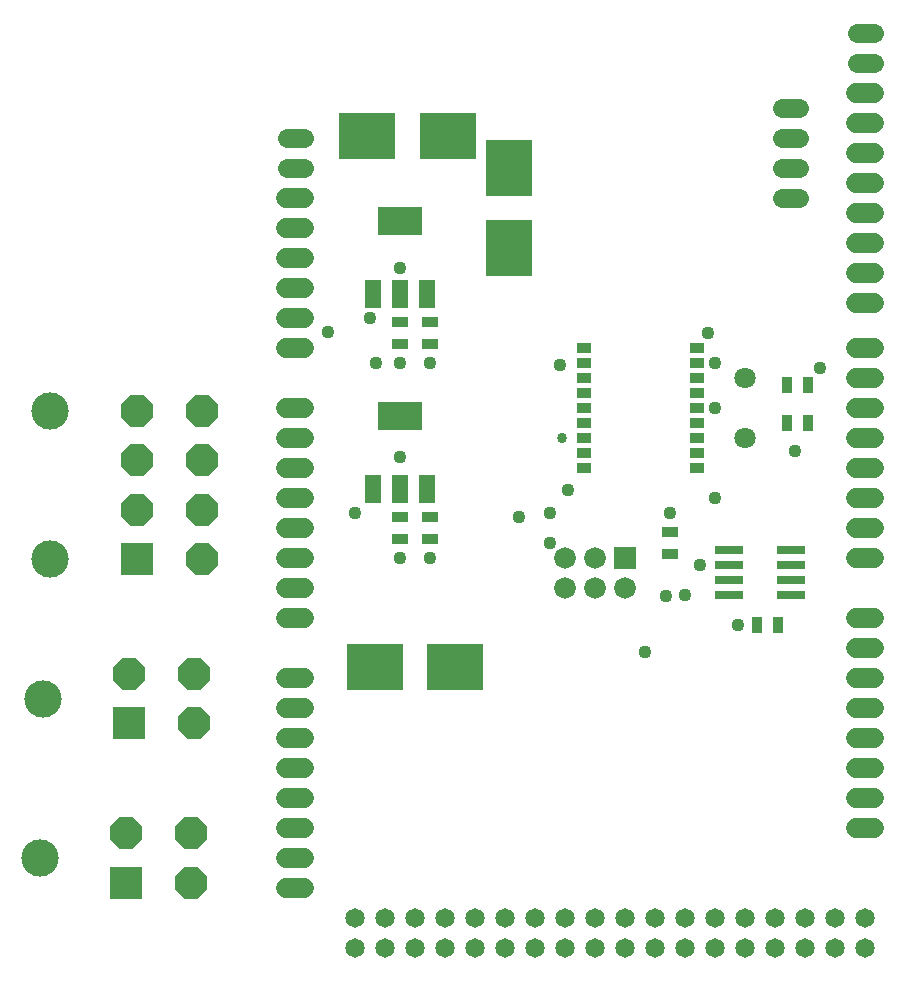
<source format=gts>
G75*
%MOIN*%
%OFA0B0*%
%FSLAX25Y25*%
%IPPOS*%
%LPD*%
%AMOC8*
5,1,8,0,0,1.08239X$1,22.5*
%
%ADD10R,0.05324X0.03750*%
%ADD11R,0.03750X0.05324*%
%ADD12OC8,0.10600*%
%ADD13R,0.10600X0.10600*%
%ADD14C,0.12411*%
%ADD15R,0.19104X0.15561*%
%ADD16R,0.05399X0.09399*%
%ADD17R,0.14773X0.09261*%
%ADD18C,0.06506*%
%ADD19C,0.06506*%
%ADD20C,0.06200*%
%ADD21C,0.07200*%
%ADD22R,0.07200X0.07200*%
%ADD23R,0.09261X0.02962*%
%ADD24R,0.05100X0.03600*%
%ADD25C,0.07100*%
%ADD26R,0.15561X0.19104*%
%ADD27C,0.04362*%
%ADD28C,0.03378*%
D10*
X0151800Y0160435D03*
X0151800Y0167522D03*
X0161800Y0167522D03*
X0161800Y0160435D03*
X0161800Y0225435D03*
X0161800Y0232522D03*
X0151800Y0232522D03*
X0151800Y0225435D03*
X0241800Y0162522D03*
X0241800Y0155435D03*
D11*
X0270757Y0131478D03*
X0277843Y0131478D03*
X0280757Y0198978D03*
X0287843Y0198978D03*
X0287843Y0211478D03*
X0280757Y0211478D03*
D12*
X0085688Y0203103D03*
X0085688Y0186603D03*
X0085688Y0170103D03*
X0085688Y0153603D03*
X0063987Y0170103D03*
X0063987Y0186603D03*
X0063987Y0203103D03*
X0061487Y0115353D03*
X0083188Y0115353D03*
X0083188Y0098853D03*
X0082250Y0062228D03*
X0082250Y0045728D03*
X0060550Y0062228D03*
D13*
X0060550Y0045728D03*
X0061487Y0098853D03*
X0063987Y0153603D03*
D14*
X0031810Y0053978D03*
X0032747Y0107103D03*
X0035247Y0153603D03*
X0035247Y0203103D03*
D15*
X0140914Y0294603D03*
X0167686Y0294603D03*
X0170186Y0117728D03*
X0143414Y0117728D03*
D16*
X0142702Y0176778D03*
X0151800Y0176778D03*
X0160898Y0176778D03*
X0160898Y0241778D03*
X0151800Y0241778D03*
X0142702Y0241778D03*
D17*
X0151800Y0266179D03*
X0151800Y0201179D03*
D18*
X0119753Y0203978D02*
X0113847Y0203978D01*
X0113847Y0193978D02*
X0119753Y0193978D01*
X0119753Y0183978D02*
X0113847Y0183978D01*
X0113847Y0173978D02*
X0119753Y0173978D01*
X0119753Y0163978D02*
X0113847Y0163978D01*
X0113847Y0153978D02*
X0119753Y0153978D01*
X0119753Y0143978D02*
X0113847Y0143978D01*
X0113847Y0133978D02*
X0119753Y0133978D01*
X0119753Y0113978D02*
X0113847Y0113978D01*
X0113847Y0103978D02*
X0119753Y0103978D01*
X0119753Y0093978D02*
X0113847Y0093978D01*
X0113847Y0083978D02*
X0119753Y0083978D01*
X0119753Y0073978D02*
X0113847Y0073978D01*
X0113847Y0063978D02*
X0119753Y0063978D01*
X0119753Y0053978D02*
X0113847Y0053978D01*
X0113847Y0043978D02*
X0119753Y0043978D01*
X0119753Y0223978D02*
X0113847Y0223978D01*
X0113847Y0233978D02*
X0119753Y0233978D01*
X0119753Y0243978D02*
X0113847Y0243978D01*
X0113847Y0253978D02*
X0119753Y0253978D01*
X0119753Y0263978D02*
X0113847Y0263978D01*
X0113847Y0273978D02*
X0119753Y0273978D01*
X0303847Y0268978D02*
X0309753Y0268978D01*
X0309753Y0258978D02*
X0303847Y0258978D01*
X0303847Y0248978D02*
X0309753Y0248978D01*
X0309753Y0238978D02*
X0303847Y0238978D01*
X0303847Y0223978D02*
X0309753Y0223978D01*
X0309753Y0213978D02*
X0303847Y0213978D01*
X0303847Y0203978D02*
X0309753Y0203978D01*
X0309753Y0193978D02*
X0303847Y0193978D01*
X0303847Y0183978D02*
X0309753Y0183978D01*
X0309753Y0173978D02*
X0303847Y0173978D01*
X0303847Y0163978D02*
X0309753Y0163978D01*
X0309753Y0153978D02*
X0303847Y0153978D01*
X0303847Y0133978D02*
X0309753Y0133978D01*
X0309753Y0123978D02*
X0303847Y0123978D01*
X0303847Y0113978D02*
X0309753Y0113978D01*
X0309753Y0103978D02*
X0303847Y0103978D01*
X0303847Y0093978D02*
X0309753Y0093978D01*
X0309753Y0083978D02*
X0303847Y0083978D01*
X0303847Y0073978D02*
X0309753Y0073978D01*
X0309753Y0063978D02*
X0303847Y0063978D01*
X0303847Y0278978D02*
X0309753Y0278978D01*
X0309753Y0288978D02*
X0303847Y0288978D01*
X0303847Y0298978D02*
X0309753Y0298978D01*
X0309753Y0308978D02*
X0303847Y0308978D01*
D19*
X0306800Y0033978D03*
X0306800Y0023978D03*
X0296800Y0023978D03*
X0286800Y0023978D03*
X0276800Y0023978D03*
X0266800Y0023978D03*
X0256800Y0023978D03*
X0246800Y0023978D03*
X0236800Y0023978D03*
X0226800Y0023978D03*
X0216800Y0023978D03*
X0206800Y0023978D03*
X0196800Y0023978D03*
X0186800Y0023978D03*
X0176800Y0023978D03*
X0166800Y0023978D03*
X0156800Y0023978D03*
X0146800Y0023978D03*
X0136800Y0023978D03*
X0136800Y0033978D03*
X0146800Y0033978D03*
X0156800Y0033978D03*
X0166800Y0033978D03*
X0176800Y0033978D03*
X0186800Y0033978D03*
X0196800Y0033978D03*
X0206800Y0033978D03*
X0216800Y0033978D03*
X0226800Y0033978D03*
X0236800Y0033978D03*
X0246800Y0033978D03*
X0256800Y0033978D03*
X0266800Y0033978D03*
X0276800Y0033978D03*
X0286800Y0033978D03*
X0296800Y0033978D03*
D20*
X0284600Y0273978D02*
X0279000Y0273978D01*
X0279000Y0283978D02*
X0284600Y0283978D01*
X0284600Y0293978D02*
X0279000Y0293978D01*
X0279000Y0303978D02*
X0284600Y0303978D01*
X0304000Y0318978D02*
X0309600Y0318978D01*
X0309600Y0328978D02*
X0304000Y0328978D01*
X0119600Y0293978D02*
X0114000Y0293978D01*
X0114000Y0283978D02*
X0119600Y0283978D01*
D21*
X0206800Y0153978D03*
X0206800Y0143978D03*
X0216800Y0143978D03*
X0226800Y0143978D03*
X0216800Y0153978D03*
D22*
X0226800Y0153978D03*
D23*
X0261564Y0151478D03*
X0261564Y0146478D03*
X0261564Y0141478D03*
X0261564Y0156478D03*
X0282036Y0156478D03*
X0282036Y0151478D03*
X0282036Y0146478D03*
X0282036Y0141478D03*
D24*
X0250650Y0183978D03*
X0250650Y0188978D03*
X0250650Y0193978D03*
X0250650Y0198978D03*
X0250650Y0203978D03*
X0250650Y0208978D03*
X0250650Y0213978D03*
X0250650Y0218978D03*
X0250650Y0223978D03*
X0212950Y0223978D03*
X0212950Y0218978D03*
X0212950Y0213978D03*
X0212950Y0208978D03*
X0212950Y0203978D03*
X0212950Y0198978D03*
X0212950Y0193978D03*
X0212950Y0188978D03*
X0212950Y0183978D03*
D25*
X0266800Y0193978D03*
X0266800Y0213978D03*
D26*
X0188050Y0257155D03*
X0188050Y0283927D03*
D27*
X0151800Y0250541D03*
X0141800Y0233978D03*
X0127737Y0229291D03*
X0143675Y0218978D03*
X0151800Y0218978D03*
X0161800Y0218978D03*
X0151800Y0187728D03*
X0136800Y0168978D03*
X0151800Y0153978D03*
X0161800Y0153978D03*
X0191487Y0167728D03*
X0201800Y0168978D03*
X0207737Y0176478D03*
X0201800Y0158978D03*
X0233362Y0122728D03*
X0240550Y0141166D03*
X0246800Y0141478D03*
X0251800Y0151478D03*
X0241800Y0168978D03*
X0256800Y0173978D03*
X0283363Y0189603D03*
X0256800Y0203978D03*
X0256800Y0218978D03*
X0254300Y0228978D03*
X0291800Y0217416D03*
X0264300Y0131478D03*
X0204925Y0218353D03*
D28*
X0205862Y0193978D03*
M02*

</source>
